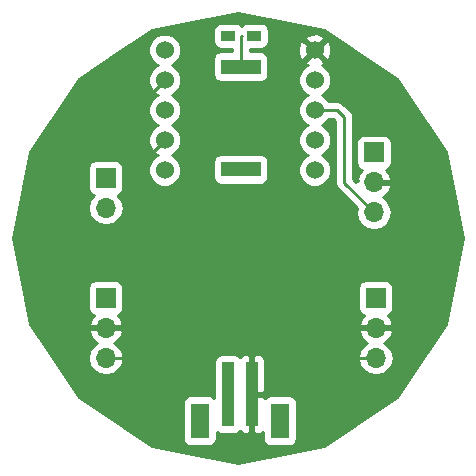
<source format=gbr>
G04 #@! TF.FileFunction,Copper,L1,Top,Signal*
%FSLAX46Y46*%
G04 Gerber Fmt 4.6, Leading zero omitted, Abs format (unit mm)*
G04 Created by KiCad (PCBNEW 4.0.7) date 06/11/18 13:15:31*
%MOMM*%
%LPD*%
G01*
G04 APERTURE LIST*
%ADD10C,0.100000*%
%ADD11C,1.524000*%
%ADD12R,1.000000X5.500000*%
%ADD13R,1.600000X3.000000*%
%ADD14R,1.700000X1.700000*%
%ADD15O,1.700000X1.700000*%
%ADD16R,1.200000X0.900000*%
%ADD17R,3.400000X1.300000*%
%ADD18C,0.250000*%
%ADD19C,0.254000*%
G04 APERTURE END LIST*
D10*
D11*
X150431500Y-114522600D03*
X150431500Y-117062600D03*
X150431500Y-119602600D03*
X150431500Y-122142600D03*
X150431500Y-124682600D03*
X163131500Y-114522600D03*
X163131500Y-117062600D03*
X163131500Y-119602600D03*
X163131500Y-122142600D03*
X163131500Y-124682600D03*
D12*
X157794200Y-143655000D03*
X155794200Y-143655000D03*
D13*
X160194200Y-145905000D03*
X153394200Y-145905000D03*
D14*
X145440400Y-125349000D03*
D15*
X145440400Y-127889000D03*
D14*
X145440400Y-135509000D03*
D15*
X145440400Y-138049000D03*
X145440400Y-140589000D03*
D14*
X168300400Y-135509000D03*
D15*
X168300400Y-138049000D03*
X168300400Y-140589000D03*
D14*
X168148000Y-123190000D03*
D15*
X168148000Y-125730000D03*
X168148000Y-128270000D03*
D16*
X155795800Y-113309400D03*
X157995800Y-113309400D03*
D17*
X156870400Y-115919000D03*
X156870400Y-124619000D03*
D18*
X163131500Y-114522600D02*
X163214400Y-114522600D01*
X163131500Y-122142600D02*
X162540600Y-122142600D01*
X147421600Y-120072500D02*
X150431500Y-117062600D01*
X147421600Y-140512800D02*
X147421600Y-120072500D01*
X147345400Y-140589000D02*
X147421600Y-140512800D01*
X145440400Y-140589000D02*
X147345400Y-140589000D01*
X168300400Y-140589000D02*
X164785040Y-140589000D01*
X148325840Y-124248260D02*
X150431500Y-122142600D01*
X148325840Y-127370840D02*
X148325840Y-124248260D01*
X149255480Y-128300480D02*
X148325840Y-127370840D01*
X149255480Y-135956040D02*
X149255480Y-128300480D01*
X152608280Y-139308840D02*
X149255480Y-135956040D01*
X163504880Y-139308840D02*
X152608280Y-139308840D01*
X164785040Y-140589000D02*
X163504880Y-139308840D01*
X163131500Y-119602600D02*
X165017800Y-119602600D01*
X165633400Y-125755400D02*
X168148000Y-128270000D01*
X165633400Y-120218200D02*
X165633400Y-125755400D01*
X165017800Y-119602600D02*
X165633400Y-120218200D01*
X156870400Y-115919000D02*
X156870400Y-113360200D01*
X156921200Y-113309400D02*
X156946600Y-113309400D01*
X156870400Y-113360200D02*
X156921200Y-113309400D01*
D19*
G36*
X163938579Y-112813017D02*
X170124490Y-116946310D01*
X174257783Y-123132221D01*
X175709203Y-130429000D01*
X174257783Y-137725779D01*
X170124490Y-143911690D01*
X163938579Y-148044983D01*
X156641800Y-149496403D01*
X149345021Y-148044983D01*
X143897401Y-144405000D01*
X151946760Y-144405000D01*
X151946760Y-147405000D01*
X151991038Y-147640317D01*
X152130110Y-147856441D01*
X152342310Y-148001431D01*
X152594200Y-148052440D01*
X154194200Y-148052440D01*
X154429517Y-148008162D01*
X154645641Y-147869090D01*
X154790631Y-147656890D01*
X154841640Y-147405000D01*
X154841640Y-146864319D01*
X155042310Y-147001431D01*
X155294200Y-147052440D01*
X156294200Y-147052440D01*
X156529517Y-147008162D01*
X156745641Y-146869090D01*
X156792169Y-146800994D01*
X156934502Y-146943327D01*
X157167891Y-147040000D01*
X157508450Y-147040000D01*
X157667200Y-146881250D01*
X157667200Y-143782000D01*
X157921200Y-143782000D01*
X157921200Y-146881250D01*
X158079950Y-147040000D01*
X158420509Y-147040000D01*
X158653898Y-146943327D01*
X158746760Y-146850466D01*
X158746760Y-147405000D01*
X158791038Y-147640317D01*
X158930110Y-147856441D01*
X159142310Y-148001431D01*
X159394200Y-148052440D01*
X160994200Y-148052440D01*
X161229517Y-148008162D01*
X161445641Y-147869090D01*
X161590631Y-147656890D01*
X161641640Y-147405000D01*
X161641640Y-144405000D01*
X161597362Y-144169683D01*
X161458290Y-143953559D01*
X161246090Y-143808569D01*
X160994200Y-143757560D01*
X159394200Y-143757560D01*
X159158883Y-143801838D01*
X158942759Y-143940910D01*
X158929200Y-143960754D01*
X158929200Y-143940750D01*
X158770450Y-143782000D01*
X157921200Y-143782000D01*
X157667200Y-143782000D01*
X157647200Y-143782000D01*
X157647200Y-143528000D01*
X157667200Y-143528000D01*
X157667200Y-140428750D01*
X157921200Y-140428750D01*
X157921200Y-143528000D01*
X158770450Y-143528000D01*
X158929200Y-143369250D01*
X158929200Y-140778690D01*
X158850628Y-140589000D01*
X166786307Y-140589000D01*
X166899346Y-141157285D01*
X167221253Y-141639054D01*
X167703022Y-141960961D01*
X168271307Y-142074000D01*
X168329493Y-142074000D01*
X168897778Y-141960961D01*
X169379547Y-141639054D01*
X169701454Y-141157285D01*
X169814493Y-140589000D01*
X169701454Y-140020715D01*
X169379547Y-139538946D01*
X169038847Y-139311298D01*
X169181758Y-139244183D01*
X169572045Y-138815924D01*
X169741876Y-138405890D01*
X169620555Y-138176000D01*
X168427400Y-138176000D01*
X168427400Y-138196000D01*
X168173400Y-138196000D01*
X168173400Y-138176000D01*
X166980245Y-138176000D01*
X166858924Y-138405890D01*
X167028755Y-138815924D01*
X167419042Y-139244183D01*
X167561953Y-139311298D01*
X167221253Y-139538946D01*
X166899346Y-140020715D01*
X166786307Y-140589000D01*
X158850628Y-140589000D01*
X158832527Y-140545301D01*
X158653898Y-140366673D01*
X158420509Y-140270000D01*
X158079950Y-140270000D01*
X157921200Y-140428750D01*
X157667200Y-140428750D01*
X157508450Y-140270000D01*
X157167891Y-140270000D01*
X156934502Y-140366673D01*
X156793264Y-140507910D01*
X156758290Y-140453559D01*
X156546090Y-140308569D01*
X156294200Y-140257560D01*
X155294200Y-140257560D01*
X155058883Y-140301838D01*
X154842759Y-140440910D01*
X154697769Y-140653110D01*
X154646760Y-140905000D01*
X154646760Y-143945681D01*
X154446090Y-143808569D01*
X154194200Y-143757560D01*
X152594200Y-143757560D01*
X152358883Y-143801838D01*
X152142759Y-143940910D01*
X151997769Y-144153110D01*
X151946760Y-144405000D01*
X143897401Y-144405000D01*
X143159110Y-143911690D01*
X140938960Y-140589000D01*
X143926307Y-140589000D01*
X144039346Y-141157285D01*
X144361253Y-141639054D01*
X144843022Y-141960961D01*
X145411307Y-142074000D01*
X145469493Y-142074000D01*
X146037778Y-141960961D01*
X146519547Y-141639054D01*
X146841454Y-141157285D01*
X146954493Y-140589000D01*
X146841454Y-140020715D01*
X146519547Y-139538946D01*
X146178847Y-139311298D01*
X146321758Y-139244183D01*
X146712045Y-138815924D01*
X146881876Y-138405890D01*
X146760555Y-138176000D01*
X145567400Y-138176000D01*
X145567400Y-138196000D01*
X145313400Y-138196000D01*
X145313400Y-138176000D01*
X144120245Y-138176000D01*
X143998924Y-138405890D01*
X144168755Y-138815924D01*
X144559042Y-139244183D01*
X144701953Y-139311298D01*
X144361253Y-139538946D01*
X144039346Y-140020715D01*
X143926307Y-140589000D01*
X140938960Y-140589000D01*
X139025817Y-137725779D01*
X138415797Y-134659000D01*
X143942960Y-134659000D01*
X143942960Y-136359000D01*
X143987238Y-136594317D01*
X144126310Y-136810441D01*
X144338510Y-136955431D01*
X144446507Y-136977301D01*
X144168755Y-137282076D01*
X143998924Y-137692110D01*
X144120245Y-137922000D01*
X145313400Y-137922000D01*
X145313400Y-137902000D01*
X145567400Y-137902000D01*
X145567400Y-137922000D01*
X146760555Y-137922000D01*
X146881876Y-137692110D01*
X146712045Y-137282076D01*
X146435899Y-136979063D01*
X146525717Y-136962162D01*
X146741841Y-136823090D01*
X146886831Y-136610890D01*
X146937840Y-136359000D01*
X146937840Y-134659000D01*
X166802960Y-134659000D01*
X166802960Y-136359000D01*
X166847238Y-136594317D01*
X166986310Y-136810441D01*
X167198510Y-136955431D01*
X167306507Y-136977301D01*
X167028755Y-137282076D01*
X166858924Y-137692110D01*
X166980245Y-137922000D01*
X168173400Y-137922000D01*
X168173400Y-137902000D01*
X168427400Y-137902000D01*
X168427400Y-137922000D01*
X169620555Y-137922000D01*
X169741876Y-137692110D01*
X169572045Y-137282076D01*
X169295899Y-136979063D01*
X169385717Y-136962162D01*
X169601841Y-136823090D01*
X169746831Y-136610890D01*
X169797840Y-136359000D01*
X169797840Y-134659000D01*
X169753562Y-134423683D01*
X169614490Y-134207559D01*
X169402290Y-134062569D01*
X169150400Y-134011560D01*
X167450400Y-134011560D01*
X167215083Y-134055838D01*
X166998959Y-134194910D01*
X166853969Y-134407110D01*
X166802960Y-134659000D01*
X146937840Y-134659000D01*
X146893562Y-134423683D01*
X146754490Y-134207559D01*
X146542290Y-134062569D01*
X146290400Y-134011560D01*
X144590400Y-134011560D01*
X144355083Y-134055838D01*
X144138959Y-134194910D01*
X143993969Y-134407110D01*
X143942960Y-134659000D01*
X138415797Y-134659000D01*
X137574397Y-130429000D01*
X138079634Y-127889000D01*
X143926307Y-127889000D01*
X144039346Y-128457285D01*
X144361253Y-128939054D01*
X144843022Y-129260961D01*
X145411307Y-129374000D01*
X145469493Y-129374000D01*
X146037778Y-129260961D01*
X146519547Y-128939054D01*
X146841454Y-128457285D01*
X146954493Y-127889000D01*
X146841454Y-127320715D01*
X146519547Y-126838946D01*
X146477948Y-126811150D01*
X146525717Y-126802162D01*
X146741841Y-126663090D01*
X146886831Y-126450890D01*
X146937840Y-126199000D01*
X146937840Y-124499000D01*
X146893562Y-124263683D01*
X146754490Y-124047559D01*
X146542290Y-123902569D01*
X146290400Y-123851560D01*
X144590400Y-123851560D01*
X144355083Y-123895838D01*
X144138959Y-124034910D01*
X143993969Y-124247110D01*
X143942960Y-124499000D01*
X143942960Y-126199000D01*
X143987238Y-126434317D01*
X144126310Y-126650441D01*
X144338510Y-126795431D01*
X144405941Y-126809086D01*
X144361253Y-126838946D01*
X144039346Y-127320715D01*
X143926307Y-127889000D01*
X138079634Y-127889000D01*
X139025817Y-123132221D01*
X143146132Y-116965733D01*
X143164440Y-116942749D01*
X146372396Y-114799261D01*
X149034258Y-114799261D01*
X149246490Y-115312903D01*
X149639130Y-115706229D01*
X149847012Y-115792549D01*
X149641197Y-115877590D01*
X149247871Y-116270230D01*
X149034743Y-116783500D01*
X149034258Y-117339261D01*
X149246490Y-117852903D01*
X149639130Y-118246229D01*
X149847012Y-118332549D01*
X149641197Y-118417590D01*
X149247871Y-118810230D01*
X149034743Y-119323500D01*
X149034258Y-119879261D01*
X149246490Y-120392903D01*
X149639130Y-120786229D01*
X149847012Y-120872549D01*
X149641197Y-120957590D01*
X149247871Y-121350230D01*
X149034743Y-121863500D01*
X149034258Y-122419261D01*
X149246490Y-122932903D01*
X149639130Y-123326229D01*
X149847012Y-123412549D01*
X149641197Y-123497590D01*
X149247871Y-123890230D01*
X149034743Y-124403500D01*
X149034258Y-124959261D01*
X149246490Y-125472903D01*
X149639130Y-125866229D01*
X150152400Y-126079357D01*
X150708161Y-126079842D01*
X151221803Y-125867610D01*
X151615129Y-125474970D01*
X151828257Y-124961700D01*
X151828742Y-124405939D01*
X151648203Y-123969000D01*
X154522960Y-123969000D01*
X154522960Y-125269000D01*
X154567238Y-125504317D01*
X154706310Y-125720441D01*
X154918510Y-125865431D01*
X155170400Y-125916440D01*
X158570400Y-125916440D01*
X158805717Y-125872162D01*
X159021841Y-125733090D01*
X159166831Y-125520890D01*
X159217840Y-125269000D01*
X159217840Y-123969000D01*
X159173562Y-123733683D01*
X159034490Y-123517559D01*
X158822290Y-123372569D01*
X158570400Y-123321560D01*
X155170400Y-123321560D01*
X154935083Y-123365838D01*
X154718959Y-123504910D01*
X154573969Y-123717110D01*
X154522960Y-123969000D01*
X151648203Y-123969000D01*
X151616510Y-123892297D01*
X151223870Y-123498971D01*
X151015988Y-123412651D01*
X151221803Y-123327610D01*
X151615129Y-122934970D01*
X151828257Y-122421700D01*
X151828742Y-121865939D01*
X151616510Y-121352297D01*
X151223870Y-120958971D01*
X151015988Y-120872651D01*
X151221803Y-120787610D01*
X151615129Y-120394970D01*
X151828257Y-119881700D01*
X151828742Y-119325939D01*
X151616510Y-118812297D01*
X151223870Y-118418971D01*
X151015988Y-118332651D01*
X151221803Y-118247610D01*
X151615129Y-117854970D01*
X151828257Y-117341700D01*
X151828259Y-117339261D01*
X161734258Y-117339261D01*
X161946490Y-117852903D01*
X162339130Y-118246229D01*
X162547012Y-118332549D01*
X162341197Y-118417590D01*
X161947871Y-118810230D01*
X161734743Y-119323500D01*
X161734258Y-119879261D01*
X161946490Y-120392903D01*
X162339130Y-120786229D01*
X162547012Y-120872549D01*
X162341197Y-120957590D01*
X161947871Y-121350230D01*
X161734743Y-121863500D01*
X161734258Y-122419261D01*
X161946490Y-122932903D01*
X162339130Y-123326229D01*
X162547012Y-123412549D01*
X162341197Y-123497590D01*
X161947871Y-123890230D01*
X161734743Y-124403500D01*
X161734258Y-124959261D01*
X161946490Y-125472903D01*
X162339130Y-125866229D01*
X162852400Y-126079357D01*
X163408161Y-126079842D01*
X163921803Y-125867610D01*
X164315129Y-125474970D01*
X164528257Y-124961700D01*
X164528742Y-124405939D01*
X164316510Y-123892297D01*
X163923870Y-123498971D01*
X163715988Y-123412651D01*
X163921803Y-123327610D01*
X164315129Y-122934970D01*
X164528257Y-122421700D01*
X164528742Y-121865939D01*
X164316510Y-121352297D01*
X163923870Y-120958971D01*
X163715988Y-120872651D01*
X163921803Y-120787610D01*
X164315129Y-120394970D01*
X164328570Y-120362600D01*
X164702998Y-120362600D01*
X164873400Y-120533002D01*
X164873400Y-125755400D01*
X164931252Y-126046239D01*
X165095999Y-126292801D01*
X166706790Y-127903592D01*
X166633907Y-128270000D01*
X166746946Y-128838285D01*
X167068853Y-129320054D01*
X167550622Y-129641961D01*
X168118907Y-129755000D01*
X168177093Y-129755000D01*
X168745378Y-129641961D01*
X169227147Y-129320054D01*
X169549054Y-128838285D01*
X169662093Y-128270000D01*
X169549054Y-127701715D01*
X169227147Y-127219946D01*
X168886447Y-126992298D01*
X169029358Y-126925183D01*
X169419645Y-126496924D01*
X169589476Y-126086890D01*
X169468155Y-125857000D01*
X168275000Y-125857000D01*
X168275000Y-125877000D01*
X168021000Y-125877000D01*
X168021000Y-125857000D01*
X168001000Y-125857000D01*
X168001000Y-125603000D01*
X168021000Y-125603000D01*
X168021000Y-125583000D01*
X168275000Y-125583000D01*
X168275000Y-125603000D01*
X169468155Y-125603000D01*
X169589476Y-125373110D01*
X169419645Y-124963076D01*
X169143499Y-124660063D01*
X169233317Y-124643162D01*
X169449441Y-124504090D01*
X169594431Y-124291890D01*
X169645440Y-124040000D01*
X169645440Y-122340000D01*
X169601162Y-122104683D01*
X169462090Y-121888559D01*
X169249890Y-121743569D01*
X168998000Y-121692560D01*
X167298000Y-121692560D01*
X167062683Y-121736838D01*
X166846559Y-121875910D01*
X166701569Y-122088110D01*
X166650560Y-122340000D01*
X166650560Y-124040000D01*
X166694838Y-124275317D01*
X166833910Y-124491441D01*
X167046110Y-124636431D01*
X167154107Y-124658301D01*
X166876355Y-124963076D01*
X166706524Y-125373110D01*
X166827844Y-125602998D01*
X166663000Y-125602998D01*
X166663000Y-125710198D01*
X166393400Y-125440598D01*
X166393400Y-120218200D01*
X166335548Y-119927361D01*
X166170801Y-119680799D01*
X165555201Y-119065199D01*
X165308639Y-118900452D01*
X165017800Y-118842600D01*
X164329031Y-118842600D01*
X164316510Y-118812297D01*
X163923870Y-118418971D01*
X163715988Y-118332651D01*
X163921803Y-118247610D01*
X164315129Y-117854970D01*
X164528257Y-117341700D01*
X164528742Y-116785939D01*
X164316510Y-116272297D01*
X163923870Y-115878971D01*
X163731773Y-115799205D01*
X163862643Y-115744997D01*
X163932108Y-115502813D01*
X163131500Y-114702205D01*
X162330892Y-115502813D01*
X162400357Y-115744997D01*
X162540818Y-115795109D01*
X162341197Y-115877590D01*
X161947871Y-116270230D01*
X161734743Y-116783500D01*
X161734258Y-117339261D01*
X151828259Y-117339261D01*
X151828742Y-116785939D01*
X151616510Y-116272297D01*
X151223870Y-115878971D01*
X151015988Y-115792651D01*
X151221803Y-115707610D01*
X151615129Y-115314970D01*
X151634217Y-115269000D01*
X154522960Y-115269000D01*
X154522960Y-116569000D01*
X154567238Y-116804317D01*
X154706310Y-117020441D01*
X154918510Y-117165431D01*
X155170400Y-117216440D01*
X158570400Y-117216440D01*
X158805717Y-117172162D01*
X159021841Y-117033090D01*
X159166831Y-116820890D01*
X159217840Y-116569000D01*
X159217840Y-115269000D01*
X159173562Y-115033683D01*
X159034490Y-114817559D01*
X158822290Y-114672569D01*
X158570400Y-114621560D01*
X157630400Y-114621560D01*
X157630400Y-114406840D01*
X158595800Y-114406840D01*
X158831117Y-114362562D01*
X158905182Y-114314902D01*
X161722356Y-114314902D01*
X161750138Y-114869968D01*
X161909103Y-115253743D01*
X162151287Y-115323208D01*
X162951895Y-114522600D01*
X163311105Y-114522600D01*
X164111713Y-115323208D01*
X164353897Y-115253743D01*
X164540644Y-114730298D01*
X164512862Y-114175232D01*
X164353897Y-113791457D01*
X164111713Y-113721992D01*
X163311105Y-114522600D01*
X162951895Y-114522600D01*
X162151287Y-113721992D01*
X161909103Y-113791457D01*
X161722356Y-114314902D01*
X158905182Y-114314902D01*
X159047241Y-114223490D01*
X159192231Y-114011290D01*
X159243240Y-113759400D01*
X159243240Y-113542387D01*
X162330892Y-113542387D01*
X163131500Y-114342995D01*
X163932108Y-113542387D01*
X163862643Y-113300203D01*
X163339198Y-113113456D01*
X162784132Y-113141238D01*
X162400357Y-113300203D01*
X162330892Y-113542387D01*
X159243240Y-113542387D01*
X159243240Y-112859400D01*
X159198962Y-112624083D01*
X159059890Y-112407959D01*
X158847690Y-112262969D01*
X158595800Y-112211960D01*
X157395800Y-112211960D01*
X157160483Y-112256238D01*
X156944359Y-112395310D01*
X156896666Y-112465111D01*
X156859890Y-112407959D01*
X156647690Y-112262969D01*
X156395800Y-112211960D01*
X155195800Y-112211960D01*
X154960483Y-112256238D01*
X154744359Y-112395310D01*
X154599369Y-112607510D01*
X154548360Y-112859400D01*
X154548360Y-113759400D01*
X154592638Y-113994717D01*
X154731710Y-114210841D01*
X154943910Y-114355831D01*
X155195800Y-114406840D01*
X156110400Y-114406840D01*
X156110400Y-114621560D01*
X155170400Y-114621560D01*
X154935083Y-114665838D01*
X154718959Y-114804910D01*
X154573969Y-115017110D01*
X154522960Y-115269000D01*
X151634217Y-115269000D01*
X151828257Y-114801700D01*
X151828742Y-114245939D01*
X151616510Y-113732297D01*
X151223870Y-113338971D01*
X150710600Y-113125843D01*
X150154839Y-113125358D01*
X149641197Y-113337590D01*
X149247871Y-113730230D01*
X149034743Y-114243500D01*
X149034258Y-114799261D01*
X146372396Y-114799261D01*
X149345021Y-112813017D01*
X156641800Y-111361597D01*
X163938579Y-112813017D01*
X163938579Y-112813017D01*
G37*
X163938579Y-112813017D02*
X170124490Y-116946310D01*
X174257783Y-123132221D01*
X175709203Y-130429000D01*
X174257783Y-137725779D01*
X170124490Y-143911690D01*
X163938579Y-148044983D01*
X156641800Y-149496403D01*
X149345021Y-148044983D01*
X143897401Y-144405000D01*
X151946760Y-144405000D01*
X151946760Y-147405000D01*
X151991038Y-147640317D01*
X152130110Y-147856441D01*
X152342310Y-148001431D01*
X152594200Y-148052440D01*
X154194200Y-148052440D01*
X154429517Y-148008162D01*
X154645641Y-147869090D01*
X154790631Y-147656890D01*
X154841640Y-147405000D01*
X154841640Y-146864319D01*
X155042310Y-147001431D01*
X155294200Y-147052440D01*
X156294200Y-147052440D01*
X156529517Y-147008162D01*
X156745641Y-146869090D01*
X156792169Y-146800994D01*
X156934502Y-146943327D01*
X157167891Y-147040000D01*
X157508450Y-147040000D01*
X157667200Y-146881250D01*
X157667200Y-143782000D01*
X157921200Y-143782000D01*
X157921200Y-146881250D01*
X158079950Y-147040000D01*
X158420509Y-147040000D01*
X158653898Y-146943327D01*
X158746760Y-146850466D01*
X158746760Y-147405000D01*
X158791038Y-147640317D01*
X158930110Y-147856441D01*
X159142310Y-148001431D01*
X159394200Y-148052440D01*
X160994200Y-148052440D01*
X161229517Y-148008162D01*
X161445641Y-147869090D01*
X161590631Y-147656890D01*
X161641640Y-147405000D01*
X161641640Y-144405000D01*
X161597362Y-144169683D01*
X161458290Y-143953559D01*
X161246090Y-143808569D01*
X160994200Y-143757560D01*
X159394200Y-143757560D01*
X159158883Y-143801838D01*
X158942759Y-143940910D01*
X158929200Y-143960754D01*
X158929200Y-143940750D01*
X158770450Y-143782000D01*
X157921200Y-143782000D01*
X157667200Y-143782000D01*
X157647200Y-143782000D01*
X157647200Y-143528000D01*
X157667200Y-143528000D01*
X157667200Y-140428750D01*
X157921200Y-140428750D01*
X157921200Y-143528000D01*
X158770450Y-143528000D01*
X158929200Y-143369250D01*
X158929200Y-140778690D01*
X158850628Y-140589000D01*
X166786307Y-140589000D01*
X166899346Y-141157285D01*
X167221253Y-141639054D01*
X167703022Y-141960961D01*
X168271307Y-142074000D01*
X168329493Y-142074000D01*
X168897778Y-141960961D01*
X169379547Y-141639054D01*
X169701454Y-141157285D01*
X169814493Y-140589000D01*
X169701454Y-140020715D01*
X169379547Y-139538946D01*
X169038847Y-139311298D01*
X169181758Y-139244183D01*
X169572045Y-138815924D01*
X169741876Y-138405890D01*
X169620555Y-138176000D01*
X168427400Y-138176000D01*
X168427400Y-138196000D01*
X168173400Y-138196000D01*
X168173400Y-138176000D01*
X166980245Y-138176000D01*
X166858924Y-138405890D01*
X167028755Y-138815924D01*
X167419042Y-139244183D01*
X167561953Y-139311298D01*
X167221253Y-139538946D01*
X166899346Y-140020715D01*
X166786307Y-140589000D01*
X158850628Y-140589000D01*
X158832527Y-140545301D01*
X158653898Y-140366673D01*
X158420509Y-140270000D01*
X158079950Y-140270000D01*
X157921200Y-140428750D01*
X157667200Y-140428750D01*
X157508450Y-140270000D01*
X157167891Y-140270000D01*
X156934502Y-140366673D01*
X156793264Y-140507910D01*
X156758290Y-140453559D01*
X156546090Y-140308569D01*
X156294200Y-140257560D01*
X155294200Y-140257560D01*
X155058883Y-140301838D01*
X154842759Y-140440910D01*
X154697769Y-140653110D01*
X154646760Y-140905000D01*
X154646760Y-143945681D01*
X154446090Y-143808569D01*
X154194200Y-143757560D01*
X152594200Y-143757560D01*
X152358883Y-143801838D01*
X152142759Y-143940910D01*
X151997769Y-144153110D01*
X151946760Y-144405000D01*
X143897401Y-144405000D01*
X143159110Y-143911690D01*
X140938960Y-140589000D01*
X143926307Y-140589000D01*
X144039346Y-141157285D01*
X144361253Y-141639054D01*
X144843022Y-141960961D01*
X145411307Y-142074000D01*
X145469493Y-142074000D01*
X146037778Y-141960961D01*
X146519547Y-141639054D01*
X146841454Y-141157285D01*
X146954493Y-140589000D01*
X146841454Y-140020715D01*
X146519547Y-139538946D01*
X146178847Y-139311298D01*
X146321758Y-139244183D01*
X146712045Y-138815924D01*
X146881876Y-138405890D01*
X146760555Y-138176000D01*
X145567400Y-138176000D01*
X145567400Y-138196000D01*
X145313400Y-138196000D01*
X145313400Y-138176000D01*
X144120245Y-138176000D01*
X143998924Y-138405890D01*
X144168755Y-138815924D01*
X144559042Y-139244183D01*
X144701953Y-139311298D01*
X144361253Y-139538946D01*
X144039346Y-140020715D01*
X143926307Y-140589000D01*
X140938960Y-140589000D01*
X139025817Y-137725779D01*
X138415797Y-134659000D01*
X143942960Y-134659000D01*
X143942960Y-136359000D01*
X143987238Y-136594317D01*
X144126310Y-136810441D01*
X144338510Y-136955431D01*
X144446507Y-136977301D01*
X144168755Y-137282076D01*
X143998924Y-137692110D01*
X144120245Y-137922000D01*
X145313400Y-137922000D01*
X145313400Y-137902000D01*
X145567400Y-137902000D01*
X145567400Y-137922000D01*
X146760555Y-137922000D01*
X146881876Y-137692110D01*
X146712045Y-137282076D01*
X146435899Y-136979063D01*
X146525717Y-136962162D01*
X146741841Y-136823090D01*
X146886831Y-136610890D01*
X146937840Y-136359000D01*
X146937840Y-134659000D01*
X166802960Y-134659000D01*
X166802960Y-136359000D01*
X166847238Y-136594317D01*
X166986310Y-136810441D01*
X167198510Y-136955431D01*
X167306507Y-136977301D01*
X167028755Y-137282076D01*
X166858924Y-137692110D01*
X166980245Y-137922000D01*
X168173400Y-137922000D01*
X168173400Y-137902000D01*
X168427400Y-137902000D01*
X168427400Y-137922000D01*
X169620555Y-137922000D01*
X169741876Y-137692110D01*
X169572045Y-137282076D01*
X169295899Y-136979063D01*
X169385717Y-136962162D01*
X169601841Y-136823090D01*
X169746831Y-136610890D01*
X169797840Y-136359000D01*
X169797840Y-134659000D01*
X169753562Y-134423683D01*
X169614490Y-134207559D01*
X169402290Y-134062569D01*
X169150400Y-134011560D01*
X167450400Y-134011560D01*
X167215083Y-134055838D01*
X166998959Y-134194910D01*
X166853969Y-134407110D01*
X166802960Y-134659000D01*
X146937840Y-134659000D01*
X146893562Y-134423683D01*
X146754490Y-134207559D01*
X146542290Y-134062569D01*
X146290400Y-134011560D01*
X144590400Y-134011560D01*
X144355083Y-134055838D01*
X144138959Y-134194910D01*
X143993969Y-134407110D01*
X143942960Y-134659000D01*
X138415797Y-134659000D01*
X137574397Y-130429000D01*
X138079634Y-127889000D01*
X143926307Y-127889000D01*
X144039346Y-128457285D01*
X144361253Y-128939054D01*
X144843022Y-129260961D01*
X145411307Y-129374000D01*
X145469493Y-129374000D01*
X146037778Y-129260961D01*
X146519547Y-128939054D01*
X146841454Y-128457285D01*
X146954493Y-127889000D01*
X146841454Y-127320715D01*
X146519547Y-126838946D01*
X146477948Y-126811150D01*
X146525717Y-126802162D01*
X146741841Y-126663090D01*
X146886831Y-126450890D01*
X146937840Y-126199000D01*
X146937840Y-124499000D01*
X146893562Y-124263683D01*
X146754490Y-124047559D01*
X146542290Y-123902569D01*
X146290400Y-123851560D01*
X144590400Y-123851560D01*
X144355083Y-123895838D01*
X144138959Y-124034910D01*
X143993969Y-124247110D01*
X143942960Y-124499000D01*
X143942960Y-126199000D01*
X143987238Y-126434317D01*
X144126310Y-126650441D01*
X144338510Y-126795431D01*
X144405941Y-126809086D01*
X144361253Y-126838946D01*
X144039346Y-127320715D01*
X143926307Y-127889000D01*
X138079634Y-127889000D01*
X139025817Y-123132221D01*
X143146132Y-116965733D01*
X143164440Y-116942749D01*
X146372396Y-114799261D01*
X149034258Y-114799261D01*
X149246490Y-115312903D01*
X149639130Y-115706229D01*
X149847012Y-115792549D01*
X149641197Y-115877590D01*
X149247871Y-116270230D01*
X149034743Y-116783500D01*
X149034258Y-117339261D01*
X149246490Y-117852903D01*
X149639130Y-118246229D01*
X149847012Y-118332549D01*
X149641197Y-118417590D01*
X149247871Y-118810230D01*
X149034743Y-119323500D01*
X149034258Y-119879261D01*
X149246490Y-120392903D01*
X149639130Y-120786229D01*
X149847012Y-120872549D01*
X149641197Y-120957590D01*
X149247871Y-121350230D01*
X149034743Y-121863500D01*
X149034258Y-122419261D01*
X149246490Y-122932903D01*
X149639130Y-123326229D01*
X149847012Y-123412549D01*
X149641197Y-123497590D01*
X149247871Y-123890230D01*
X149034743Y-124403500D01*
X149034258Y-124959261D01*
X149246490Y-125472903D01*
X149639130Y-125866229D01*
X150152400Y-126079357D01*
X150708161Y-126079842D01*
X151221803Y-125867610D01*
X151615129Y-125474970D01*
X151828257Y-124961700D01*
X151828742Y-124405939D01*
X151648203Y-123969000D01*
X154522960Y-123969000D01*
X154522960Y-125269000D01*
X154567238Y-125504317D01*
X154706310Y-125720441D01*
X154918510Y-125865431D01*
X155170400Y-125916440D01*
X158570400Y-125916440D01*
X158805717Y-125872162D01*
X159021841Y-125733090D01*
X159166831Y-125520890D01*
X159217840Y-125269000D01*
X159217840Y-123969000D01*
X159173562Y-123733683D01*
X159034490Y-123517559D01*
X158822290Y-123372569D01*
X158570400Y-123321560D01*
X155170400Y-123321560D01*
X154935083Y-123365838D01*
X154718959Y-123504910D01*
X154573969Y-123717110D01*
X154522960Y-123969000D01*
X151648203Y-123969000D01*
X151616510Y-123892297D01*
X151223870Y-123498971D01*
X151015988Y-123412651D01*
X151221803Y-123327610D01*
X151615129Y-122934970D01*
X151828257Y-122421700D01*
X151828742Y-121865939D01*
X151616510Y-121352297D01*
X151223870Y-120958971D01*
X151015988Y-120872651D01*
X151221803Y-120787610D01*
X151615129Y-120394970D01*
X151828257Y-119881700D01*
X151828742Y-119325939D01*
X151616510Y-118812297D01*
X151223870Y-118418971D01*
X151015988Y-118332651D01*
X151221803Y-118247610D01*
X151615129Y-117854970D01*
X151828257Y-117341700D01*
X151828259Y-117339261D01*
X161734258Y-117339261D01*
X161946490Y-117852903D01*
X162339130Y-118246229D01*
X162547012Y-118332549D01*
X162341197Y-118417590D01*
X161947871Y-118810230D01*
X161734743Y-119323500D01*
X161734258Y-119879261D01*
X161946490Y-120392903D01*
X162339130Y-120786229D01*
X162547012Y-120872549D01*
X162341197Y-120957590D01*
X161947871Y-121350230D01*
X161734743Y-121863500D01*
X161734258Y-122419261D01*
X161946490Y-122932903D01*
X162339130Y-123326229D01*
X162547012Y-123412549D01*
X162341197Y-123497590D01*
X161947871Y-123890230D01*
X161734743Y-124403500D01*
X161734258Y-124959261D01*
X161946490Y-125472903D01*
X162339130Y-125866229D01*
X162852400Y-126079357D01*
X163408161Y-126079842D01*
X163921803Y-125867610D01*
X164315129Y-125474970D01*
X164528257Y-124961700D01*
X164528742Y-124405939D01*
X164316510Y-123892297D01*
X163923870Y-123498971D01*
X163715988Y-123412651D01*
X163921803Y-123327610D01*
X164315129Y-122934970D01*
X164528257Y-122421700D01*
X164528742Y-121865939D01*
X164316510Y-121352297D01*
X163923870Y-120958971D01*
X163715988Y-120872651D01*
X163921803Y-120787610D01*
X164315129Y-120394970D01*
X164328570Y-120362600D01*
X164702998Y-120362600D01*
X164873400Y-120533002D01*
X164873400Y-125755400D01*
X164931252Y-126046239D01*
X165095999Y-126292801D01*
X166706790Y-127903592D01*
X166633907Y-128270000D01*
X166746946Y-128838285D01*
X167068853Y-129320054D01*
X167550622Y-129641961D01*
X168118907Y-129755000D01*
X168177093Y-129755000D01*
X168745378Y-129641961D01*
X169227147Y-129320054D01*
X169549054Y-128838285D01*
X169662093Y-128270000D01*
X169549054Y-127701715D01*
X169227147Y-127219946D01*
X168886447Y-126992298D01*
X169029358Y-126925183D01*
X169419645Y-126496924D01*
X169589476Y-126086890D01*
X169468155Y-125857000D01*
X168275000Y-125857000D01*
X168275000Y-125877000D01*
X168021000Y-125877000D01*
X168021000Y-125857000D01*
X168001000Y-125857000D01*
X168001000Y-125603000D01*
X168021000Y-125603000D01*
X168021000Y-125583000D01*
X168275000Y-125583000D01*
X168275000Y-125603000D01*
X169468155Y-125603000D01*
X169589476Y-125373110D01*
X169419645Y-124963076D01*
X169143499Y-124660063D01*
X169233317Y-124643162D01*
X169449441Y-124504090D01*
X169594431Y-124291890D01*
X169645440Y-124040000D01*
X169645440Y-122340000D01*
X169601162Y-122104683D01*
X169462090Y-121888559D01*
X169249890Y-121743569D01*
X168998000Y-121692560D01*
X167298000Y-121692560D01*
X167062683Y-121736838D01*
X166846559Y-121875910D01*
X166701569Y-122088110D01*
X166650560Y-122340000D01*
X166650560Y-124040000D01*
X166694838Y-124275317D01*
X166833910Y-124491441D01*
X167046110Y-124636431D01*
X167154107Y-124658301D01*
X166876355Y-124963076D01*
X166706524Y-125373110D01*
X166827844Y-125602998D01*
X166663000Y-125602998D01*
X166663000Y-125710198D01*
X166393400Y-125440598D01*
X166393400Y-120218200D01*
X166335548Y-119927361D01*
X166170801Y-119680799D01*
X165555201Y-119065199D01*
X165308639Y-118900452D01*
X165017800Y-118842600D01*
X164329031Y-118842600D01*
X164316510Y-118812297D01*
X163923870Y-118418971D01*
X163715988Y-118332651D01*
X163921803Y-118247610D01*
X164315129Y-117854970D01*
X164528257Y-117341700D01*
X164528742Y-116785939D01*
X164316510Y-116272297D01*
X163923870Y-115878971D01*
X163731773Y-115799205D01*
X163862643Y-115744997D01*
X163932108Y-115502813D01*
X163131500Y-114702205D01*
X162330892Y-115502813D01*
X162400357Y-115744997D01*
X162540818Y-115795109D01*
X162341197Y-115877590D01*
X161947871Y-116270230D01*
X161734743Y-116783500D01*
X161734258Y-117339261D01*
X151828259Y-117339261D01*
X151828742Y-116785939D01*
X151616510Y-116272297D01*
X151223870Y-115878971D01*
X151015988Y-115792651D01*
X151221803Y-115707610D01*
X151615129Y-115314970D01*
X151634217Y-115269000D01*
X154522960Y-115269000D01*
X154522960Y-116569000D01*
X154567238Y-116804317D01*
X154706310Y-117020441D01*
X154918510Y-117165431D01*
X155170400Y-117216440D01*
X158570400Y-117216440D01*
X158805717Y-117172162D01*
X159021841Y-117033090D01*
X159166831Y-116820890D01*
X159217840Y-116569000D01*
X159217840Y-115269000D01*
X159173562Y-115033683D01*
X159034490Y-114817559D01*
X158822290Y-114672569D01*
X158570400Y-114621560D01*
X157630400Y-114621560D01*
X157630400Y-114406840D01*
X158595800Y-114406840D01*
X158831117Y-114362562D01*
X158905182Y-114314902D01*
X161722356Y-114314902D01*
X161750138Y-114869968D01*
X161909103Y-115253743D01*
X162151287Y-115323208D01*
X162951895Y-114522600D01*
X163311105Y-114522600D01*
X164111713Y-115323208D01*
X164353897Y-115253743D01*
X164540644Y-114730298D01*
X164512862Y-114175232D01*
X164353897Y-113791457D01*
X164111713Y-113721992D01*
X163311105Y-114522600D01*
X162951895Y-114522600D01*
X162151287Y-113721992D01*
X161909103Y-113791457D01*
X161722356Y-114314902D01*
X158905182Y-114314902D01*
X159047241Y-114223490D01*
X159192231Y-114011290D01*
X159243240Y-113759400D01*
X159243240Y-113542387D01*
X162330892Y-113542387D01*
X163131500Y-114342995D01*
X163932108Y-113542387D01*
X163862643Y-113300203D01*
X163339198Y-113113456D01*
X162784132Y-113141238D01*
X162400357Y-113300203D01*
X162330892Y-113542387D01*
X159243240Y-113542387D01*
X159243240Y-112859400D01*
X159198962Y-112624083D01*
X159059890Y-112407959D01*
X158847690Y-112262969D01*
X158595800Y-112211960D01*
X157395800Y-112211960D01*
X157160483Y-112256238D01*
X156944359Y-112395310D01*
X156896666Y-112465111D01*
X156859890Y-112407959D01*
X156647690Y-112262969D01*
X156395800Y-112211960D01*
X155195800Y-112211960D01*
X154960483Y-112256238D01*
X154744359Y-112395310D01*
X154599369Y-112607510D01*
X154548360Y-112859400D01*
X154548360Y-113759400D01*
X154592638Y-113994717D01*
X154731710Y-114210841D01*
X154943910Y-114355831D01*
X155195800Y-114406840D01*
X156110400Y-114406840D01*
X156110400Y-114621560D01*
X155170400Y-114621560D01*
X154935083Y-114665838D01*
X154718959Y-114804910D01*
X154573969Y-115017110D01*
X154522960Y-115269000D01*
X151634217Y-115269000D01*
X151828257Y-114801700D01*
X151828742Y-114245939D01*
X151616510Y-113732297D01*
X151223870Y-113338971D01*
X150710600Y-113125843D01*
X150154839Y-113125358D01*
X149641197Y-113337590D01*
X149247871Y-113730230D01*
X149034743Y-114243500D01*
X149034258Y-114799261D01*
X146372396Y-114799261D01*
X149345021Y-112813017D01*
X156641800Y-111361597D01*
X163938579Y-112813017D01*
M02*

</source>
